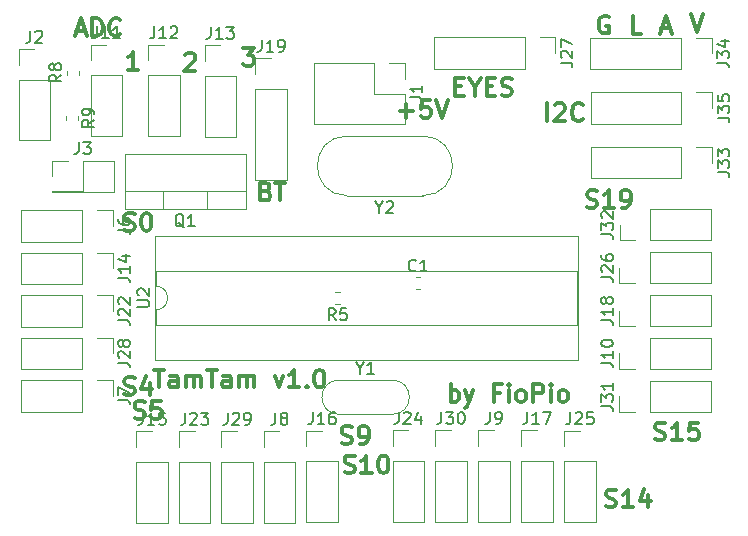
<source format=gbr>
G04 #@! TF.GenerationSoftware,KiCad,Pcbnew,5.0.1*
G04 #@! TF.CreationDate,2018-12-10T22:32:32+01:00*
G04 #@! TF.ProjectId,tamtam_board,74616D74616D5F626F6172642E6B6963,rev?*
G04 #@! TF.SameCoordinates,Original*
G04 #@! TF.FileFunction,Legend,Top*
G04 #@! TF.FilePolarity,Positive*
%FSLAX46Y46*%
G04 Gerber Fmt 4.6, Leading zero omitted, Abs format (unit mm)*
G04 Created by KiCad (PCBNEW 5.0.1) date dilluns, 10 de desembre de 2018, 22:32:32 CET*
%MOMM*%
%LPD*%
G01*
G04 APERTURE LIST*
%ADD10C,0.300000*%
%ADD11C,0.120000*%
%ADD12C,0.150000*%
G04 APERTURE END LIST*
D10*
X88261428Y-59388571D02*
X88261428Y-57888571D01*
X88261428Y-58460000D02*
X88404285Y-58388571D01*
X88690000Y-58388571D01*
X88832857Y-58460000D01*
X88904285Y-58531428D01*
X88975714Y-58674285D01*
X88975714Y-59102857D01*
X88904285Y-59245714D01*
X88832857Y-59317142D01*
X88690000Y-59388571D01*
X88404285Y-59388571D01*
X88261428Y-59317142D01*
X89475714Y-58388571D02*
X89832857Y-59388571D01*
X90190000Y-58388571D02*
X89832857Y-59388571D01*
X89690000Y-59745714D01*
X89618571Y-59817142D01*
X89475714Y-59888571D01*
X92404285Y-58602857D02*
X91904285Y-58602857D01*
X91904285Y-59388571D02*
X91904285Y-57888571D01*
X92618571Y-57888571D01*
X93190000Y-59388571D02*
X93190000Y-58388571D01*
X93190000Y-57888571D02*
X93118571Y-57960000D01*
X93190000Y-58031428D01*
X93261428Y-57960000D01*
X93190000Y-57888571D01*
X93190000Y-58031428D01*
X94118571Y-59388571D02*
X93975714Y-59317142D01*
X93904285Y-59245714D01*
X93832857Y-59102857D01*
X93832857Y-58674285D01*
X93904285Y-58531428D01*
X93975714Y-58460000D01*
X94118571Y-58388571D01*
X94332857Y-58388571D01*
X94475714Y-58460000D01*
X94547142Y-58531428D01*
X94618571Y-58674285D01*
X94618571Y-59102857D01*
X94547142Y-59245714D01*
X94475714Y-59317142D01*
X94332857Y-59388571D01*
X94118571Y-59388571D01*
X95261428Y-59388571D02*
X95261428Y-57888571D01*
X95832857Y-57888571D01*
X95975714Y-57960000D01*
X96047142Y-58031428D01*
X96118571Y-58174285D01*
X96118571Y-58388571D01*
X96047142Y-58531428D01*
X95975714Y-58602857D01*
X95832857Y-58674285D01*
X95261428Y-58674285D01*
X96761428Y-59388571D02*
X96761428Y-58388571D01*
X96761428Y-57888571D02*
X96690000Y-57960000D01*
X96761428Y-58031428D01*
X96832857Y-57960000D01*
X96761428Y-57888571D01*
X96761428Y-58031428D01*
X97690000Y-59388571D02*
X97547142Y-59317142D01*
X97475714Y-59245714D01*
X97404285Y-59102857D01*
X97404285Y-58674285D01*
X97475714Y-58531428D01*
X97547142Y-58460000D01*
X97690000Y-58388571D01*
X97904285Y-58388571D01*
X98047142Y-58460000D01*
X98118571Y-58531428D01*
X98190000Y-58674285D01*
X98190000Y-59102857D01*
X98118571Y-59245714D01*
X98047142Y-59317142D01*
X97904285Y-59388571D01*
X97690000Y-59388571D01*
X63154285Y-56658571D02*
X64011428Y-56658571D01*
X63582857Y-58158571D02*
X63582857Y-56658571D01*
X65154285Y-58158571D02*
X65154285Y-57372857D01*
X65082857Y-57230000D01*
X64940000Y-57158571D01*
X64654285Y-57158571D01*
X64511428Y-57230000D01*
X65154285Y-58087142D02*
X65011428Y-58158571D01*
X64654285Y-58158571D01*
X64511428Y-58087142D01*
X64440000Y-57944285D01*
X64440000Y-57801428D01*
X64511428Y-57658571D01*
X64654285Y-57587142D01*
X65011428Y-57587142D01*
X65154285Y-57515714D01*
X65868571Y-58158571D02*
X65868571Y-57158571D01*
X65868571Y-57301428D02*
X65940000Y-57230000D01*
X66082857Y-57158571D01*
X66297142Y-57158571D01*
X66440000Y-57230000D01*
X66511428Y-57372857D01*
X66511428Y-58158571D01*
X66511428Y-57372857D02*
X66582857Y-57230000D01*
X66725714Y-57158571D01*
X66940000Y-57158571D01*
X67082857Y-57230000D01*
X67154285Y-57372857D01*
X67154285Y-58158571D01*
X67654285Y-56658571D02*
X68511428Y-56658571D01*
X68082857Y-58158571D02*
X68082857Y-56658571D01*
X69654285Y-58158571D02*
X69654285Y-57372857D01*
X69582857Y-57230000D01*
X69440000Y-57158571D01*
X69154285Y-57158571D01*
X69011428Y-57230000D01*
X69654285Y-58087142D02*
X69511428Y-58158571D01*
X69154285Y-58158571D01*
X69011428Y-58087142D01*
X68940000Y-57944285D01*
X68940000Y-57801428D01*
X69011428Y-57658571D01*
X69154285Y-57587142D01*
X69511428Y-57587142D01*
X69654285Y-57515714D01*
X70368571Y-58158571D02*
X70368571Y-57158571D01*
X70368571Y-57301428D02*
X70440000Y-57230000D01*
X70582857Y-57158571D01*
X70797142Y-57158571D01*
X70940000Y-57230000D01*
X71011428Y-57372857D01*
X71011428Y-58158571D01*
X71011428Y-57372857D02*
X71082857Y-57230000D01*
X71225714Y-57158571D01*
X71440000Y-57158571D01*
X71582857Y-57230000D01*
X71654285Y-57372857D01*
X71654285Y-58158571D01*
X73368571Y-57158571D02*
X73725714Y-58158571D01*
X74082857Y-57158571D01*
X75440000Y-58158571D02*
X74582857Y-58158571D01*
X75011428Y-58158571D02*
X75011428Y-56658571D01*
X74868571Y-56872857D01*
X74725714Y-57015714D01*
X74582857Y-57087142D01*
X76082857Y-58015714D02*
X76154285Y-58087142D01*
X76082857Y-58158571D01*
X76011428Y-58087142D01*
X76082857Y-58015714D01*
X76082857Y-58158571D01*
X77082857Y-56658571D02*
X77225714Y-56658571D01*
X77368571Y-56730000D01*
X77440000Y-56801428D01*
X77511428Y-56944285D01*
X77582857Y-57230000D01*
X77582857Y-57587142D01*
X77511428Y-57872857D01*
X77440000Y-58015714D01*
X77368571Y-58087142D01*
X77225714Y-58158571D01*
X77082857Y-58158571D01*
X76940000Y-58087142D01*
X76868571Y-58015714D01*
X76797142Y-57872857D01*
X76725714Y-57587142D01*
X76725714Y-57230000D01*
X76797142Y-56944285D01*
X76868571Y-56801428D01*
X76940000Y-56730000D01*
X77082857Y-56658571D01*
X70700000Y-29428571D02*
X71628571Y-29428571D01*
X71128571Y-30000000D01*
X71342857Y-30000000D01*
X71485714Y-30071428D01*
X71557142Y-30142857D01*
X71628571Y-30285714D01*
X71628571Y-30642857D01*
X71557142Y-30785714D01*
X71485714Y-30857142D01*
X71342857Y-30928571D01*
X70914285Y-30928571D01*
X70771428Y-30857142D01*
X70700000Y-30785714D01*
X65801428Y-29981428D02*
X65872857Y-29910000D01*
X66015714Y-29838571D01*
X66372857Y-29838571D01*
X66515714Y-29910000D01*
X66587142Y-29981428D01*
X66658571Y-30124285D01*
X66658571Y-30267142D01*
X66587142Y-30481428D01*
X65730000Y-31338571D01*
X66658571Y-31338571D01*
X61818571Y-31258571D02*
X60961428Y-31258571D01*
X61390000Y-31258571D02*
X61390000Y-29758571D01*
X61247142Y-29972857D01*
X61104285Y-30115714D01*
X60961428Y-30187142D01*
X83951428Y-34767142D02*
X85094285Y-34767142D01*
X84522857Y-35338571D02*
X84522857Y-34195714D01*
X86522857Y-33838571D02*
X85808571Y-33838571D01*
X85737142Y-34552857D01*
X85808571Y-34481428D01*
X85951428Y-34410000D01*
X86308571Y-34410000D01*
X86451428Y-34481428D01*
X86522857Y-34552857D01*
X86594285Y-34695714D01*
X86594285Y-35052857D01*
X86522857Y-35195714D01*
X86451428Y-35267142D01*
X86308571Y-35338571D01*
X85951428Y-35338571D01*
X85808571Y-35267142D01*
X85737142Y-35195714D01*
X87022857Y-33838571D02*
X87522857Y-35338571D01*
X88022857Y-33838571D01*
X108590000Y-26568571D02*
X109090000Y-28068571D01*
X109590000Y-26568571D01*
X104424285Y-28198571D02*
X103710000Y-28198571D01*
X103710000Y-26698571D01*
X106112857Y-27770000D02*
X106827142Y-27770000D01*
X105970000Y-28198571D02*
X106470000Y-26698571D01*
X106970000Y-28198571D01*
X101642857Y-26760000D02*
X101500000Y-26688571D01*
X101285714Y-26688571D01*
X101071428Y-26760000D01*
X100928571Y-26902857D01*
X100857142Y-27045714D01*
X100785714Y-27331428D01*
X100785714Y-27545714D01*
X100857142Y-27831428D01*
X100928571Y-27974285D01*
X101071428Y-28117142D01*
X101285714Y-28188571D01*
X101428571Y-28188571D01*
X101642857Y-28117142D01*
X101714285Y-28045714D01*
X101714285Y-27545714D01*
X101428571Y-27545714D01*
X88662857Y-32672857D02*
X89162857Y-32672857D01*
X89377142Y-33458571D02*
X88662857Y-33458571D01*
X88662857Y-31958571D01*
X89377142Y-31958571D01*
X90305714Y-32744285D02*
X90305714Y-33458571D01*
X89805714Y-31958571D02*
X90305714Y-32744285D01*
X90805714Y-31958571D01*
X91305714Y-32672857D02*
X91805714Y-32672857D01*
X92020000Y-33458571D02*
X91305714Y-33458571D01*
X91305714Y-31958571D01*
X92020000Y-31958571D01*
X92591428Y-33387142D02*
X92805714Y-33458571D01*
X93162857Y-33458571D01*
X93305714Y-33387142D01*
X93377142Y-33315714D01*
X93448571Y-33172857D01*
X93448571Y-33030000D01*
X93377142Y-32887142D01*
X93305714Y-32815714D01*
X93162857Y-32744285D01*
X92877142Y-32672857D01*
X92734285Y-32601428D01*
X92662857Y-32530000D01*
X92591428Y-32387142D01*
X92591428Y-32244285D01*
X92662857Y-32101428D01*
X92734285Y-32030000D01*
X92877142Y-31958571D01*
X93234285Y-31958571D01*
X93448571Y-32030000D01*
X96445714Y-35618571D02*
X96445714Y-34118571D01*
X97088571Y-34261428D02*
X97160000Y-34190000D01*
X97302857Y-34118571D01*
X97660000Y-34118571D01*
X97802857Y-34190000D01*
X97874285Y-34261428D01*
X97945714Y-34404285D01*
X97945714Y-34547142D01*
X97874285Y-34761428D01*
X97017142Y-35618571D01*
X97945714Y-35618571D01*
X99445714Y-35475714D02*
X99374285Y-35547142D01*
X99160000Y-35618571D01*
X99017142Y-35618571D01*
X98802857Y-35547142D01*
X98660000Y-35404285D01*
X98588571Y-35261428D01*
X98517142Y-34975714D01*
X98517142Y-34761428D01*
X98588571Y-34475714D01*
X98660000Y-34332857D01*
X98802857Y-34190000D01*
X99017142Y-34118571D01*
X99160000Y-34118571D01*
X99374285Y-34190000D01*
X99445714Y-34261428D01*
X56582857Y-27990000D02*
X57297142Y-27990000D01*
X56440000Y-28418571D02*
X56940000Y-26918571D01*
X57440000Y-28418571D01*
X57940000Y-28418571D02*
X57940000Y-26918571D01*
X58297142Y-26918571D01*
X58511428Y-26990000D01*
X58654285Y-27132857D01*
X58725714Y-27275714D01*
X58797142Y-27561428D01*
X58797142Y-27775714D01*
X58725714Y-28061428D01*
X58654285Y-28204285D01*
X58511428Y-28347142D01*
X58297142Y-28418571D01*
X57940000Y-28418571D01*
X60297142Y-28275714D02*
X60225714Y-28347142D01*
X60011428Y-28418571D01*
X59868571Y-28418571D01*
X59654285Y-28347142D01*
X59511428Y-28204285D01*
X59440000Y-28061428D01*
X59368571Y-27775714D01*
X59368571Y-27561428D01*
X59440000Y-27275714D01*
X59511428Y-27132857D01*
X59654285Y-26990000D01*
X59868571Y-26918571D01*
X60011428Y-26918571D01*
X60225714Y-26990000D01*
X60297142Y-27061428D01*
X72635714Y-41542857D02*
X72850000Y-41614285D01*
X72921428Y-41685714D01*
X72992857Y-41828571D01*
X72992857Y-42042857D01*
X72921428Y-42185714D01*
X72850000Y-42257142D01*
X72707142Y-42328571D01*
X72135714Y-42328571D01*
X72135714Y-40828571D01*
X72635714Y-40828571D01*
X72778571Y-40900000D01*
X72850000Y-40971428D01*
X72921428Y-41114285D01*
X72921428Y-41257142D01*
X72850000Y-41400000D01*
X72778571Y-41471428D01*
X72635714Y-41542857D01*
X72135714Y-41542857D01*
X73421428Y-40828571D02*
X74278571Y-40828571D01*
X73850000Y-42328571D02*
X73850000Y-40828571D01*
X99802857Y-42897142D02*
X100017142Y-42968571D01*
X100374285Y-42968571D01*
X100517142Y-42897142D01*
X100588571Y-42825714D01*
X100660000Y-42682857D01*
X100660000Y-42540000D01*
X100588571Y-42397142D01*
X100517142Y-42325714D01*
X100374285Y-42254285D01*
X100088571Y-42182857D01*
X99945714Y-42111428D01*
X99874285Y-42040000D01*
X99802857Y-41897142D01*
X99802857Y-41754285D01*
X99874285Y-41611428D01*
X99945714Y-41540000D01*
X100088571Y-41468571D01*
X100445714Y-41468571D01*
X100660000Y-41540000D01*
X102088571Y-42968571D02*
X101231428Y-42968571D01*
X101660000Y-42968571D02*
X101660000Y-41468571D01*
X101517142Y-41682857D01*
X101374285Y-41825714D01*
X101231428Y-41897142D01*
X102802857Y-42968571D02*
X103088571Y-42968571D01*
X103231428Y-42897142D01*
X103302857Y-42825714D01*
X103445714Y-42611428D01*
X103517142Y-42325714D01*
X103517142Y-41754285D01*
X103445714Y-41611428D01*
X103374285Y-41540000D01*
X103231428Y-41468571D01*
X102945714Y-41468571D01*
X102802857Y-41540000D01*
X102731428Y-41611428D01*
X102660000Y-41754285D01*
X102660000Y-42111428D01*
X102731428Y-42254285D01*
X102802857Y-42325714D01*
X102945714Y-42397142D01*
X103231428Y-42397142D01*
X103374285Y-42325714D01*
X103445714Y-42254285D01*
X103517142Y-42111428D01*
X105582857Y-62567142D02*
X105797142Y-62638571D01*
X106154285Y-62638571D01*
X106297142Y-62567142D01*
X106368571Y-62495714D01*
X106440000Y-62352857D01*
X106440000Y-62210000D01*
X106368571Y-62067142D01*
X106297142Y-61995714D01*
X106154285Y-61924285D01*
X105868571Y-61852857D01*
X105725714Y-61781428D01*
X105654285Y-61710000D01*
X105582857Y-61567142D01*
X105582857Y-61424285D01*
X105654285Y-61281428D01*
X105725714Y-61210000D01*
X105868571Y-61138571D01*
X106225714Y-61138571D01*
X106440000Y-61210000D01*
X107868571Y-62638571D02*
X107011428Y-62638571D01*
X107440000Y-62638571D02*
X107440000Y-61138571D01*
X107297142Y-61352857D01*
X107154285Y-61495714D01*
X107011428Y-61567142D01*
X109225714Y-61138571D02*
X108511428Y-61138571D01*
X108440000Y-61852857D01*
X108511428Y-61781428D01*
X108654285Y-61710000D01*
X109011428Y-61710000D01*
X109154285Y-61781428D01*
X109225714Y-61852857D01*
X109297142Y-61995714D01*
X109297142Y-62352857D01*
X109225714Y-62495714D01*
X109154285Y-62567142D01*
X109011428Y-62638571D01*
X108654285Y-62638571D01*
X108511428Y-62567142D01*
X108440000Y-62495714D01*
X101412857Y-68237142D02*
X101627142Y-68308571D01*
X101984285Y-68308571D01*
X102127142Y-68237142D01*
X102198571Y-68165714D01*
X102270000Y-68022857D01*
X102270000Y-67880000D01*
X102198571Y-67737142D01*
X102127142Y-67665714D01*
X101984285Y-67594285D01*
X101698571Y-67522857D01*
X101555714Y-67451428D01*
X101484285Y-67380000D01*
X101412857Y-67237142D01*
X101412857Y-67094285D01*
X101484285Y-66951428D01*
X101555714Y-66880000D01*
X101698571Y-66808571D01*
X102055714Y-66808571D01*
X102270000Y-66880000D01*
X103698571Y-68308571D02*
X102841428Y-68308571D01*
X103270000Y-68308571D02*
X103270000Y-66808571D01*
X103127142Y-67022857D01*
X102984285Y-67165714D01*
X102841428Y-67237142D01*
X104984285Y-67308571D02*
X104984285Y-68308571D01*
X104627142Y-66737142D02*
X104270000Y-67808571D01*
X105198571Y-67808571D01*
X79282857Y-65357142D02*
X79497142Y-65428571D01*
X79854285Y-65428571D01*
X79997142Y-65357142D01*
X80068571Y-65285714D01*
X80140000Y-65142857D01*
X80140000Y-65000000D01*
X80068571Y-64857142D01*
X79997142Y-64785714D01*
X79854285Y-64714285D01*
X79568571Y-64642857D01*
X79425714Y-64571428D01*
X79354285Y-64500000D01*
X79282857Y-64357142D01*
X79282857Y-64214285D01*
X79354285Y-64071428D01*
X79425714Y-64000000D01*
X79568571Y-63928571D01*
X79925714Y-63928571D01*
X80140000Y-64000000D01*
X81568571Y-65428571D02*
X80711428Y-65428571D01*
X81140000Y-65428571D02*
X81140000Y-63928571D01*
X80997142Y-64142857D01*
X80854285Y-64285714D01*
X80711428Y-64357142D01*
X82497142Y-63928571D02*
X82640000Y-63928571D01*
X82782857Y-64000000D01*
X82854285Y-64071428D01*
X82925714Y-64214285D01*
X82997142Y-64500000D01*
X82997142Y-64857142D01*
X82925714Y-65142857D01*
X82854285Y-65285714D01*
X82782857Y-65357142D01*
X82640000Y-65428571D01*
X82497142Y-65428571D01*
X82354285Y-65357142D01*
X82282857Y-65285714D01*
X82211428Y-65142857D01*
X82140000Y-64857142D01*
X82140000Y-64500000D01*
X82211428Y-64214285D01*
X82282857Y-64071428D01*
X82354285Y-64000000D01*
X82497142Y-63928571D01*
X79037142Y-62897142D02*
X79251428Y-62968571D01*
X79608571Y-62968571D01*
X79751428Y-62897142D01*
X79822857Y-62825714D01*
X79894285Y-62682857D01*
X79894285Y-62540000D01*
X79822857Y-62397142D01*
X79751428Y-62325714D01*
X79608571Y-62254285D01*
X79322857Y-62182857D01*
X79180000Y-62111428D01*
X79108571Y-62040000D01*
X79037142Y-61897142D01*
X79037142Y-61754285D01*
X79108571Y-61611428D01*
X79180000Y-61540000D01*
X79322857Y-61468571D01*
X79680000Y-61468571D01*
X79894285Y-61540000D01*
X80608571Y-62968571D02*
X80894285Y-62968571D01*
X81037142Y-62897142D01*
X81108571Y-62825714D01*
X81251428Y-62611428D01*
X81322857Y-62325714D01*
X81322857Y-61754285D01*
X81251428Y-61611428D01*
X81180000Y-61540000D01*
X81037142Y-61468571D01*
X80751428Y-61468571D01*
X80608571Y-61540000D01*
X80537142Y-61611428D01*
X80465714Y-61754285D01*
X80465714Y-62111428D01*
X80537142Y-62254285D01*
X80608571Y-62325714D01*
X80751428Y-62397142D01*
X81037142Y-62397142D01*
X81180000Y-62325714D01*
X81251428Y-62254285D01*
X81322857Y-62111428D01*
X61507142Y-60757142D02*
X61721428Y-60828571D01*
X62078571Y-60828571D01*
X62221428Y-60757142D01*
X62292857Y-60685714D01*
X62364285Y-60542857D01*
X62364285Y-60400000D01*
X62292857Y-60257142D01*
X62221428Y-60185714D01*
X62078571Y-60114285D01*
X61792857Y-60042857D01*
X61650000Y-59971428D01*
X61578571Y-59900000D01*
X61507142Y-59757142D01*
X61507142Y-59614285D01*
X61578571Y-59471428D01*
X61650000Y-59400000D01*
X61792857Y-59328571D01*
X62150000Y-59328571D01*
X62364285Y-59400000D01*
X63721428Y-59328571D02*
X63007142Y-59328571D01*
X62935714Y-60042857D01*
X63007142Y-59971428D01*
X63150000Y-59900000D01*
X63507142Y-59900000D01*
X63650000Y-59971428D01*
X63721428Y-60042857D01*
X63792857Y-60185714D01*
X63792857Y-60542857D01*
X63721428Y-60685714D01*
X63650000Y-60757142D01*
X63507142Y-60828571D01*
X63150000Y-60828571D01*
X63007142Y-60757142D01*
X62935714Y-60685714D01*
X60647142Y-58727142D02*
X60861428Y-58798571D01*
X61218571Y-58798571D01*
X61361428Y-58727142D01*
X61432857Y-58655714D01*
X61504285Y-58512857D01*
X61504285Y-58370000D01*
X61432857Y-58227142D01*
X61361428Y-58155714D01*
X61218571Y-58084285D01*
X60932857Y-58012857D01*
X60790000Y-57941428D01*
X60718571Y-57870000D01*
X60647142Y-57727142D01*
X60647142Y-57584285D01*
X60718571Y-57441428D01*
X60790000Y-57370000D01*
X60932857Y-57298571D01*
X61290000Y-57298571D01*
X61504285Y-57370000D01*
X62790000Y-57798571D02*
X62790000Y-58798571D01*
X62432857Y-57227142D02*
X62075714Y-58298571D01*
X63004285Y-58298571D01*
X60647142Y-44827142D02*
X60861428Y-44898571D01*
X61218571Y-44898571D01*
X61361428Y-44827142D01*
X61432857Y-44755714D01*
X61504285Y-44612857D01*
X61504285Y-44470000D01*
X61432857Y-44327142D01*
X61361428Y-44255714D01*
X61218571Y-44184285D01*
X60932857Y-44112857D01*
X60790000Y-44041428D01*
X60718571Y-43970000D01*
X60647142Y-43827142D01*
X60647142Y-43684285D01*
X60718571Y-43541428D01*
X60790000Y-43470000D01*
X60932857Y-43398571D01*
X61290000Y-43398571D01*
X61504285Y-43470000D01*
X62432857Y-43398571D02*
X62575714Y-43398571D01*
X62718571Y-43470000D01*
X62790000Y-43541428D01*
X62861428Y-43684285D01*
X62932857Y-43970000D01*
X62932857Y-44327142D01*
X62861428Y-44612857D01*
X62790000Y-44755714D01*
X62718571Y-44827142D01*
X62575714Y-44898571D01*
X62432857Y-44898571D01*
X62290000Y-44827142D01*
X62218571Y-44755714D01*
X62147142Y-44612857D01*
X62075714Y-44327142D01*
X62075714Y-43970000D01*
X62147142Y-43684285D01*
X62218571Y-43541428D01*
X62290000Y-43470000D01*
X62432857Y-43398571D01*
D11*
G04 #@! TO.C,J33*
X110410000Y-37790000D02*
X110410000Y-39120000D01*
X109080000Y-37790000D02*
X110410000Y-37790000D01*
X107810000Y-37790000D02*
X107810000Y-40450000D01*
X107810000Y-40450000D02*
X100130000Y-40450000D01*
X107810000Y-37790000D02*
X100130000Y-37790000D01*
X100130000Y-37790000D02*
X100130000Y-40450000D01*
G04 #@! TO.C,J34*
X100100000Y-28550000D02*
X100100000Y-31210000D01*
X107780000Y-28550000D02*
X100100000Y-28550000D01*
X107780000Y-31210000D02*
X100100000Y-31210000D01*
X107780000Y-28550000D02*
X107780000Y-31210000D01*
X109050000Y-28550000D02*
X110380000Y-28550000D01*
X110380000Y-28550000D02*
X110380000Y-29880000D01*
G04 #@! TO.C,J35*
X110410000Y-33170000D02*
X110410000Y-34500000D01*
X109080000Y-33170000D02*
X110410000Y-33170000D01*
X107810000Y-33170000D02*
X107810000Y-35830000D01*
X107810000Y-35830000D02*
X100130000Y-35830000D01*
X107810000Y-33170000D02*
X100130000Y-33170000D01*
X100130000Y-33170000D02*
X100130000Y-35830000D01*
G04 #@! TO.C,C1*
X85318733Y-48800000D02*
X85661267Y-48800000D01*
X85318733Y-49820000D02*
X85661267Y-49820000D01*
G04 #@! TO.C,J1*
X76660000Y-30680000D02*
X76660000Y-35880000D01*
X81800000Y-30680000D02*
X76660000Y-30680000D01*
X84400000Y-35880000D02*
X76660000Y-35880000D01*
X81800000Y-30680000D02*
X81800000Y-33280000D01*
X81800000Y-33280000D02*
X84400000Y-33280000D01*
X84400000Y-33280000D02*
X84400000Y-35880000D01*
X83070000Y-30680000D02*
X84400000Y-30680000D01*
X84400000Y-30680000D02*
X84400000Y-32010000D01*
G04 #@! TO.C,J6*
X59657742Y-43151954D02*
X59657742Y-44481954D01*
X58327742Y-43151954D02*
X59657742Y-43151954D01*
X57057742Y-43151954D02*
X57057742Y-45811954D01*
X57057742Y-45811954D02*
X51917742Y-45811954D01*
X57057742Y-43151954D02*
X51917742Y-43151954D01*
X51917742Y-43151954D02*
X51917742Y-45811954D01*
G04 #@! TO.C,J7*
X51917742Y-57551954D02*
X51917742Y-60211954D01*
X57057742Y-57551954D02*
X51917742Y-57551954D01*
X57057742Y-60211954D02*
X51917742Y-60211954D01*
X57057742Y-57551954D02*
X57057742Y-60211954D01*
X58327742Y-57551954D02*
X59657742Y-57551954D01*
X59657742Y-57551954D02*
X59657742Y-58881954D01*
G04 #@! TO.C,J8*
X72440000Y-69600000D02*
X75100000Y-69600000D01*
X72440000Y-64460000D02*
X72440000Y-69600000D01*
X75100000Y-64460000D02*
X75100000Y-69600000D01*
X72440000Y-64460000D02*
X75100000Y-64460000D01*
X72440000Y-63190000D02*
X72440000Y-61860000D01*
X72440000Y-61860000D02*
X73770000Y-61860000D01*
G04 #@! TO.C,J9*
X90600000Y-69540000D02*
X93260000Y-69540000D01*
X90600000Y-64400000D02*
X90600000Y-69540000D01*
X93260000Y-64400000D02*
X93260000Y-69540000D01*
X90600000Y-64400000D02*
X93260000Y-64400000D01*
X90600000Y-63130000D02*
X90600000Y-61800000D01*
X90600000Y-61800000D02*
X91930000Y-61800000D01*
G04 #@! TO.C,J10*
X110296000Y-56610000D02*
X110296000Y-53950000D01*
X105156000Y-56610000D02*
X110296000Y-56610000D01*
X105156000Y-53950000D02*
X110296000Y-53950000D01*
X105156000Y-56610000D02*
X105156000Y-53950000D01*
X103886000Y-56610000D02*
X102556000Y-56610000D01*
X102556000Y-56610000D02*
X102556000Y-55280000D01*
G04 #@! TO.C,J11*
X57790000Y-36890000D02*
X60450000Y-36890000D01*
X57790000Y-31750000D02*
X57790000Y-36890000D01*
X60450000Y-31750000D02*
X60450000Y-36890000D01*
X57790000Y-31750000D02*
X60450000Y-31750000D01*
X57790000Y-30480000D02*
X57790000Y-29150000D01*
X57790000Y-29150000D02*
X59120000Y-29150000D01*
G04 #@! TO.C,J12*
X62660000Y-29150000D02*
X63990000Y-29150000D01*
X62660000Y-30480000D02*
X62660000Y-29150000D01*
X62660000Y-31750000D02*
X65320000Y-31750000D01*
X65320000Y-31750000D02*
X65320000Y-36890000D01*
X62660000Y-31750000D02*
X62660000Y-36890000D01*
X62660000Y-36890000D02*
X65320000Y-36890000D01*
G04 #@! TO.C,J13*
X67430000Y-36930000D02*
X70090000Y-36930000D01*
X67430000Y-31790000D02*
X67430000Y-36930000D01*
X70090000Y-31790000D02*
X70090000Y-36930000D01*
X67430000Y-31790000D02*
X70090000Y-31790000D01*
X67430000Y-30520000D02*
X67430000Y-29190000D01*
X67430000Y-29190000D02*
X68760000Y-29190000D01*
G04 #@! TO.C,J14*
X59657742Y-46751954D02*
X59657742Y-48081954D01*
X58327742Y-46751954D02*
X59657742Y-46751954D01*
X57057742Y-46751954D02*
X57057742Y-49411954D01*
X57057742Y-49411954D02*
X51917742Y-49411954D01*
X57057742Y-46751954D02*
X51917742Y-46751954D01*
X51917742Y-46751954D02*
X51917742Y-49411954D01*
G04 #@! TO.C,J15*
X61660000Y-69600000D02*
X64320000Y-69600000D01*
X61660000Y-64460000D02*
X61660000Y-69600000D01*
X64320000Y-64460000D02*
X64320000Y-69600000D01*
X61660000Y-64460000D02*
X64320000Y-64460000D01*
X61660000Y-63190000D02*
X61660000Y-61860000D01*
X61660000Y-61860000D02*
X62990000Y-61860000D01*
G04 #@! TO.C,J16*
X76060000Y-61820000D02*
X77390000Y-61820000D01*
X76060000Y-63150000D02*
X76060000Y-61820000D01*
X76060000Y-64420000D02*
X78720000Y-64420000D01*
X78720000Y-64420000D02*
X78720000Y-69560000D01*
X76060000Y-64420000D02*
X76060000Y-69560000D01*
X76060000Y-69560000D02*
X78720000Y-69560000D01*
G04 #@! TO.C,J17*
X94230000Y-61800000D02*
X95560000Y-61800000D01*
X94230000Y-63130000D02*
X94230000Y-61800000D01*
X94230000Y-64400000D02*
X96890000Y-64400000D01*
X96890000Y-64400000D02*
X96890000Y-69540000D01*
X94230000Y-64400000D02*
X94230000Y-69540000D01*
X94230000Y-69540000D02*
X96890000Y-69540000D01*
G04 #@! TO.C,J18*
X102560000Y-52980000D02*
X102560000Y-51650000D01*
X103890000Y-52980000D02*
X102560000Y-52980000D01*
X105160000Y-52980000D02*
X105160000Y-50320000D01*
X105160000Y-50320000D02*
X110300000Y-50320000D01*
X105160000Y-52980000D02*
X110300000Y-52980000D01*
X110300000Y-52980000D02*
X110300000Y-50320000D01*
G04 #@! TO.C,J19*
X71740000Y-30280000D02*
X73070000Y-30280000D01*
X71740000Y-31610000D02*
X71740000Y-30280000D01*
X71740000Y-32880000D02*
X74400000Y-32880000D01*
X74400000Y-32880000D02*
X74400000Y-40560000D01*
X71740000Y-32880000D02*
X71740000Y-40560000D01*
X71740000Y-40560000D02*
X74400000Y-40560000D01*
G04 #@! TO.C,J22*
X51917742Y-50351954D02*
X51917742Y-53011954D01*
X57057742Y-50351954D02*
X51917742Y-50351954D01*
X57057742Y-53011954D02*
X51917742Y-53011954D01*
X57057742Y-50351954D02*
X57057742Y-53011954D01*
X58327742Y-50351954D02*
X59657742Y-50351954D01*
X59657742Y-50351954D02*
X59657742Y-51681954D01*
G04 #@! TO.C,J23*
X65260000Y-69600000D02*
X67920000Y-69600000D01*
X65260000Y-64460000D02*
X65260000Y-69600000D01*
X67920000Y-64460000D02*
X67920000Y-69600000D01*
X65260000Y-64460000D02*
X67920000Y-64460000D01*
X65260000Y-63190000D02*
X65260000Y-61860000D01*
X65260000Y-61860000D02*
X66590000Y-61860000D01*
G04 #@! TO.C,J24*
X83350000Y-69540000D02*
X86010000Y-69540000D01*
X83350000Y-64400000D02*
X83350000Y-69540000D01*
X86010000Y-64400000D02*
X86010000Y-69540000D01*
X83350000Y-64400000D02*
X86010000Y-64400000D01*
X83350000Y-63130000D02*
X83350000Y-61800000D01*
X83350000Y-61800000D02*
X84680000Y-61800000D01*
G04 #@! TO.C,J25*
X97890000Y-61820000D02*
X99220000Y-61820000D01*
X97890000Y-63150000D02*
X97890000Y-61820000D01*
X97890000Y-64420000D02*
X100550000Y-64420000D01*
X100550000Y-64420000D02*
X100550000Y-69560000D01*
X97890000Y-64420000D02*
X97890000Y-69560000D01*
X97890000Y-69560000D02*
X100550000Y-69560000D01*
G04 #@! TO.C,J26*
X110300000Y-49340000D02*
X110300000Y-46680000D01*
X105160000Y-49340000D02*
X110300000Y-49340000D01*
X105160000Y-46680000D02*
X110300000Y-46680000D01*
X105160000Y-49340000D02*
X105160000Y-46680000D01*
X103890000Y-49340000D02*
X102560000Y-49340000D01*
X102560000Y-49340000D02*
X102560000Y-48010000D01*
G04 #@! TO.C,J27*
X86840000Y-28530000D02*
X86840000Y-31190000D01*
X94520000Y-28530000D02*
X86840000Y-28530000D01*
X94520000Y-31190000D02*
X86840000Y-31190000D01*
X94520000Y-28530000D02*
X94520000Y-31190000D01*
X95790000Y-28530000D02*
X97120000Y-28530000D01*
X97120000Y-28530000D02*
X97120000Y-29860000D01*
G04 #@! TO.C,J28*
X51917742Y-53951954D02*
X51917742Y-56611954D01*
X57057742Y-53951954D02*
X51917742Y-53951954D01*
X57057742Y-56611954D02*
X51917742Y-56611954D01*
X57057742Y-53951954D02*
X57057742Y-56611954D01*
X58327742Y-53951954D02*
X59657742Y-53951954D01*
X59657742Y-53951954D02*
X59657742Y-55281954D01*
G04 #@! TO.C,J29*
X68860000Y-61860000D02*
X70190000Y-61860000D01*
X68860000Y-63190000D02*
X68860000Y-61860000D01*
X68860000Y-64460000D02*
X71520000Y-64460000D01*
X71520000Y-64460000D02*
X71520000Y-69600000D01*
X68860000Y-64460000D02*
X68860000Y-69600000D01*
X68860000Y-69600000D02*
X71520000Y-69600000D01*
G04 #@! TO.C,J30*
X86970000Y-61800000D02*
X88300000Y-61800000D01*
X86970000Y-63130000D02*
X86970000Y-61800000D01*
X86970000Y-64400000D02*
X89630000Y-64400000D01*
X89630000Y-64400000D02*
X89630000Y-69540000D01*
X86970000Y-64400000D02*
X86970000Y-69540000D01*
X86970000Y-69540000D02*
X89630000Y-69540000D01*
G04 #@! TO.C,J31*
X102556000Y-60258000D02*
X102556000Y-58928000D01*
X103886000Y-60258000D02*
X102556000Y-60258000D01*
X105156000Y-60258000D02*
X105156000Y-57598000D01*
X105156000Y-57598000D02*
X110296000Y-57598000D01*
X105156000Y-60258000D02*
X110296000Y-60258000D01*
X110296000Y-60258000D02*
X110296000Y-57598000D01*
G04 #@! TO.C,J32*
X102570000Y-45720000D02*
X102570000Y-44390000D01*
X103900000Y-45720000D02*
X102570000Y-45720000D01*
X105170000Y-45720000D02*
X105170000Y-43060000D01*
X105170000Y-43060000D02*
X110310000Y-43060000D01*
X105170000Y-45720000D02*
X110310000Y-45720000D01*
X110310000Y-45720000D02*
X110310000Y-43060000D01*
G04 #@! TO.C,Q1*
X70900000Y-43060000D02*
X60660000Y-43060000D01*
X70900000Y-38419000D02*
X60660000Y-38419000D01*
X70900000Y-43060000D02*
X70900000Y-38419000D01*
X60660000Y-43060000D02*
X60660000Y-38419000D01*
X70900000Y-41550000D02*
X60660000Y-41550000D01*
X67630000Y-43060000D02*
X67630000Y-41550000D01*
X63929000Y-43060000D02*
X63929000Y-41550000D01*
G04 #@! TO.C,R5*
X78856267Y-51100000D02*
X78513733Y-51100000D01*
X78856267Y-50080000D02*
X78513733Y-50080000D01*
G04 #@! TO.C,R8*
X56780000Y-31686267D02*
X56780000Y-31343733D01*
X55760000Y-31686267D02*
X55760000Y-31343733D01*
G04 #@! TO.C,R9*
X56700000Y-35163733D02*
X56700000Y-35506267D01*
X55680000Y-35163733D02*
X55680000Y-35506267D01*
G04 #@! TO.C,U2*
X63300000Y-49590000D02*
G75*
G02X63300000Y-51590000I0J-1000000D01*
G01*
X63300000Y-51590000D02*
X63300000Y-52840000D01*
X63300000Y-52840000D02*
X98980000Y-52840000D01*
X98980000Y-52840000D02*
X98980000Y-48340000D01*
X98980000Y-48340000D02*
X63300000Y-48340000D01*
X63300000Y-48340000D02*
X63300000Y-49590000D01*
X63240000Y-55840000D02*
X99040000Y-55840000D01*
X99040000Y-55840000D02*
X99040000Y-45340000D01*
X99040000Y-45340000D02*
X63240000Y-45340000D01*
X63240000Y-45340000D02*
X63240000Y-55840000D01*
G04 #@! TO.C,Y1*
X78820000Y-57540000D02*
X83320000Y-57540000D01*
X78820000Y-60440000D02*
X83320000Y-60440000D01*
X78820000Y-60440000D02*
G75*
G02X78820000Y-57540000I0J1450000D01*
G01*
X83320000Y-60440000D02*
G75*
G03X83320000Y-57540000I0J1450000D01*
G01*
G04 #@! TO.C,Y2*
X85900000Y-41925000D02*
X79500000Y-41925000D01*
X85900000Y-36875000D02*
X79500000Y-36875000D01*
X85900000Y-36875000D02*
G75*
G02X85900000Y-41925000I0J-2525000D01*
G01*
X79500000Y-36875000D02*
G75*
G03X79500000Y-41925000I0J-2525000D01*
G01*
G04 #@! TO.C,J2*
X51680000Y-37250000D02*
X54340000Y-37250000D01*
X51680000Y-32110000D02*
X51680000Y-37250000D01*
X54340000Y-32110000D02*
X54340000Y-37250000D01*
X51680000Y-32110000D02*
X54340000Y-32110000D01*
X51680000Y-30840000D02*
X51680000Y-29510000D01*
X51680000Y-29510000D02*
X53010000Y-29510000D01*
G04 #@! TO.C,J3*
X54530000Y-41610000D02*
X59730000Y-41610000D01*
X54530000Y-41550000D02*
X54530000Y-41610000D01*
X59730000Y-38950000D02*
X59730000Y-41610000D01*
X54530000Y-41550000D02*
X57130000Y-41550000D01*
X57130000Y-41550000D02*
X57130000Y-38950000D01*
X57130000Y-38950000D02*
X59730000Y-38950000D01*
X54530000Y-40280000D02*
X54530000Y-38950000D01*
X54530000Y-38950000D02*
X55860000Y-38950000D01*
G04 #@! TO.C,J33*
D12*
X110862380Y-39929523D02*
X111576666Y-39929523D01*
X111719523Y-39977142D01*
X111814761Y-40072380D01*
X111862380Y-40215238D01*
X111862380Y-40310476D01*
X110862380Y-39548571D02*
X110862380Y-38929523D01*
X111243333Y-39262857D01*
X111243333Y-39120000D01*
X111290952Y-39024761D01*
X111338571Y-38977142D01*
X111433809Y-38929523D01*
X111671904Y-38929523D01*
X111767142Y-38977142D01*
X111814761Y-39024761D01*
X111862380Y-39120000D01*
X111862380Y-39405714D01*
X111814761Y-39500952D01*
X111767142Y-39548571D01*
X110862380Y-38596190D02*
X110862380Y-37977142D01*
X111243333Y-38310476D01*
X111243333Y-38167619D01*
X111290952Y-38072380D01*
X111338571Y-38024761D01*
X111433809Y-37977142D01*
X111671904Y-37977142D01*
X111767142Y-38024761D01*
X111814761Y-38072380D01*
X111862380Y-38167619D01*
X111862380Y-38453333D01*
X111814761Y-38548571D01*
X111767142Y-38596190D01*
G04 #@! TO.C,J34*
X110832380Y-30689523D02*
X111546666Y-30689523D01*
X111689523Y-30737142D01*
X111784761Y-30832380D01*
X111832380Y-30975238D01*
X111832380Y-31070476D01*
X110832380Y-30308571D02*
X110832380Y-29689523D01*
X111213333Y-30022857D01*
X111213333Y-29880000D01*
X111260952Y-29784761D01*
X111308571Y-29737142D01*
X111403809Y-29689523D01*
X111641904Y-29689523D01*
X111737142Y-29737142D01*
X111784761Y-29784761D01*
X111832380Y-29880000D01*
X111832380Y-30165714D01*
X111784761Y-30260952D01*
X111737142Y-30308571D01*
X111165714Y-28832380D02*
X111832380Y-28832380D01*
X110784761Y-29070476D02*
X111499047Y-29308571D01*
X111499047Y-28689523D01*
G04 #@! TO.C,J35*
X110862380Y-35309523D02*
X111576666Y-35309523D01*
X111719523Y-35357142D01*
X111814761Y-35452380D01*
X111862380Y-35595238D01*
X111862380Y-35690476D01*
X110862380Y-34928571D02*
X110862380Y-34309523D01*
X111243333Y-34642857D01*
X111243333Y-34500000D01*
X111290952Y-34404761D01*
X111338571Y-34357142D01*
X111433809Y-34309523D01*
X111671904Y-34309523D01*
X111767142Y-34357142D01*
X111814761Y-34404761D01*
X111862380Y-34500000D01*
X111862380Y-34785714D01*
X111814761Y-34880952D01*
X111767142Y-34928571D01*
X110862380Y-33404761D02*
X110862380Y-33880952D01*
X111338571Y-33928571D01*
X111290952Y-33880952D01*
X111243333Y-33785714D01*
X111243333Y-33547619D01*
X111290952Y-33452380D01*
X111338571Y-33404761D01*
X111433809Y-33357142D01*
X111671904Y-33357142D01*
X111767142Y-33404761D01*
X111814761Y-33452380D01*
X111862380Y-33547619D01*
X111862380Y-33785714D01*
X111814761Y-33880952D01*
X111767142Y-33928571D01*
G04 #@! TO.C,C1*
X85323333Y-48237142D02*
X85275714Y-48284761D01*
X85132857Y-48332380D01*
X85037619Y-48332380D01*
X84894761Y-48284761D01*
X84799523Y-48189523D01*
X84751904Y-48094285D01*
X84704285Y-47903809D01*
X84704285Y-47760952D01*
X84751904Y-47570476D01*
X84799523Y-47475238D01*
X84894761Y-47380000D01*
X85037619Y-47332380D01*
X85132857Y-47332380D01*
X85275714Y-47380000D01*
X85323333Y-47427619D01*
X86275714Y-48332380D02*
X85704285Y-48332380D01*
X85990000Y-48332380D02*
X85990000Y-47332380D01*
X85894761Y-47475238D01*
X85799523Y-47570476D01*
X85704285Y-47618095D01*
G04 #@! TO.C,J1*
X84852380Y-33613333D02*
X85566666Y-33613333D01*
X85709523Y-33660952D01*
X85804761Y-33756190D01*
X85852380Y-33899047D01*
X85852380Y-33994285D01*
X85852380Y-32613333D02*
X85852380Y-33184761D01*
X85852380Y-32899047D02*
X84852380Y-32899047D01*
X84995238Y-32994285D01*
X85090476Y-33089523D01*
X85138095Y-33184761D01*
G04 #@! TO.C,J6*
X60110122Y-44815287D02*
X60824408Y-44815287D01*
X60967265Y-44862906D01*
X61062503Y-44958144D01*
X61110122Y-45101001D01*
X61110122Y-45196239D01*
X60110122Y-43910525D02*
X60110122Y-44101001D01*
X60157742Y-44196239D01*
X60205361Y-44243858D01*
X60348218Y-44339096D01*
X60538694Y-44386715D01*
X60919646Y-44386715D01*
X61014884Y-44339096D01*
X61062503Y-44291477D01*
X61110122Y-44196239D01*
X61110122Y-44005763D01*
X61062503Y-43910525D01*
X61014884Y-43862906D01*
X60919646Y-43815287D01*
X60681551Y-43815287D01*
X60586313Y-43862906D01*
X60538694Y-43910525D01*
X60491075Y-44005763D01*
X60491075Y-44196239D01*
X60538694Y-44291477D01*
X60586313Y-44339096D01*
X60681551Y-44386715D01*
G04 #@! TO.C,J7*
X60110122Y-59215287D02*
X60824408Y-59215287D01*
X60967265Y-59262906D01*
X61062503Y-59358144D01*
X61110122Y-59501001D01*
X61110122Y-59596239D01*
X60110122Y-58834334D02*
X60110122Y-58167668D01*
X61110122Y-58596239D01*
G04 #@! TO.C,J8*
X73436666Y-60312380D02*
X73436666Y-61026666D01*
X73389047Y-61169523D01*
X73293809Y-61264761D01*
X73150952Y-61312380D01*
X73055714Y-61312380D01*
X74055714Y-60740952D02*
X73960476Y-60693333D01*
X73912857Y-60645714D01*
X73865238Y-60550476D01*
X73865238Y-60502857D01*
X73912857Y-60407619D01*
X73960476Y-60360000D01*
X74055714Y-60312380D01*
X74246190Y-60312380D01*
X74341428Y-60360000D01*
X74389047Y-60407619D01*
X74436666Y-60502857D01*
X74436666Y-60550476D01*
X74389047Y-60645714D01*
X74341428Y-60693333D01*
X74246190Y-60740952D01*
X74055714Y-60740952D01*
X73960476Y-60788571D01*
X73912857Y-60836190D01*
X73865238Y-60931428D01*
X73865238Y-61121904D01*
X73912857Y-61217142D01*
X73960476Y-61264761D01*
X74055714Y-61312380D01*
X74246190Y-61312380D01*
X74341428Y-61264761D01*
X74389047Y-61217142D01*
X74436666Y-61121904D01*
X74436666Y-60931428D01*
X74389047Y-60836190D01*
X74341428Y-60788571D01*
X74246190Y-60740952D01*
G04 #@! TO.C,J9*
X91596666Y-60252380D02*
X91596666Y-60966666D01*
X91549047Y-61109523D01*
X91453809Y-61204761D01*
X91310952Y-61252380D01*
X91215714Y-61252380D01*
X92120476Y-61252380D02*
X92310952Y-61252380D01*
X92406190Y-61204761D01*
X92453809Y-61157142D01*
X92549047Y-61014285D01*
X92596666Y-60823809D01*
X92596666Y-60442857D01*
X92549047Y-60347619D01*
X92501428Y-60300000D01*
X92406190Y-60252380D01*
X92215714Y-60252380D01*
X92120476Y-60300000D01*
X92072857Y-60347619D01*
X92025238Y-60442857D01*
X92025238Y-60680952D01*
X92072857Y-60776190D01*
X92120476Y-60823809D01*
X92215714Y-60871428D01*
X92406190Y-60871428D01*
X92501428Y-60823809D01*
X92549047Y-60776190D01*
X92596666Y-60680952D01*
G04 #@! TO.C,J10*
X101008380Y-56089523D02*
X101722666Y-56089523D01*
X101865523Y-56137142D01*
X101960761Y-56232380D01*
X102008380Y-56375238D01*
X102008380Y-56470476D01*
X102008380Y-55089523D02*
X102008380Y-55660952D01*
X102008380Y-55375238D02*
X101008380Y-55375238D01*
X101151238Y-55470476D01*
X101246476Y-55565714D01*
X101294095Y-55660952D01*
X101008380Y-54470476D02*
X101008380Y-54375238D01*
X101056000Y-54280000D01*
X101103619Y-54232380D01*
X101198857Y-54184761D01*
X101389333Y-54137142D01*
X101627428Y-54137142D01*
X101817904Y-54184761D01*
X101913142Y-54232380D01*
X101960761Y-54280000D01*
X102008380Y-54375238D01*
X102008380Y-54470476D01*
X101960761Y-54565714D01*
X101913142Y-54613333D01*
X101817904Y-54660952D01*
X101627428Y-54708571D01*
X101389333Y-54708571D01*
X101198857Y-54660952D01*
X101103619Y-54613333D01*
X101056000Y-54565714D01*
X101008380Y-54470476D01*
G04 #@! TO.C,J11*
X58310476Y-27602380D02*
X58310476Y-28316666D01*
X58262857Y-28459523D01*
X58167619Y-28554761D01*
X58024761Y-28602380D01*
X57929523Y-28602380D01*
X59310476Y-28602380D02*
X58739047Y-28602380D01*
X59024761Y-28602380D02*
X59024761Y-27602380D01*
X58929523Y-27745238D01*
X58834285Y-27840476D01*
X58739047Y-27888095D01*
X60262857Y-28602380D02*
X59691428Y-28602380D01*
X59977142Y-28602380D02*
X59977142Y-27602380D01*
X59881904Y-27745238D01*
X59786666Y-27840476D01*
X59691428Y-27888095D01*
G04 #@! TO.C,J12*
X63180476Y-27602380D02*
X63180476Y-28316666D01*
X63132857Y-28459523D01*
X63037619Y-28554761D01*
X62894761Y-28602380D01*
X62799523Y-28602380D01*
X64180476Y-28602380D02*
X63609047Y-28602380D01*
X63894761Y-28602380D02*
X63894761Y-27602380D01*
X63799523Y-27745238D01*
X63704285Y-27840476D01*
X63609047Y-27888095D01*
X64561428Y-27697619D02*
X64609047Y-27650000D01*
X64704285Y-27602380D01*
X64942380Y-27602380D01*
X65037619Y-27650000D01*
X65085238Y-27697619D01*
X65132857Y-27792857D01*
X65132857Y-27888095D01*
X65085238Y-28030952D01*
X64513809Y-28602380D01*
X65132857Y-28602380D01*
G04 #@! TO.C,J13*
X67950476Y-27642380D02*
X67950476Y-28356666D01*
X67902857Y-28499523D01*
X67807619Y-28594761D01*
X67664761Y-28642380D01*
X67569523Y-28642380D01*
X68950476Y-28642380D02*
X68379047Y-28642380D01*
X68664761Y-28642380D02*
X68664761Y-27642380D01*
X68569523Y-27785238D01*
X68474285Y-27880476D01*
X68379047Y-27928095D01*
X69283809Y-27642380D02*
X69902857Y-27642380D01*
X69569523Y-28023333D01*
X69712380Y-28023333D01*
X69807619Y-28070952D01*
X69855238Y-28118571D01*
X69902857Y-28213809D01*
X69902857Y-28451904D01*
X69855238Y-28547142D01*
X69807619Y-28594761D01*
X69712380Y-28642380D01*
X69426666Y-28642380D01*
X69331428Y-28594761D01*
X69283809Y-28547142D01*
G04 #@! TO.C,J14*
X60110122Y-48891477D02*
X60824408Y-48891477D01*
X60967265Y-48939096D01*
X61062503Y-49034334D01*
X61110122Y-49177192D01*
X61110122Y-49272430D01*
X61110122Y-47891477D02*
X61110122Y-48462906D01*
X61110122Y-48177192D02*
X60110122Y-48177192D01*
X60252980Y-48272430D01*
X60348218Y-48367668D01*
X60395837Y-48462906D01*
X60443456Y-47034334D02*
X61110122Y-47034334D01*
X60062503Y-47272430D02*
X60776789Y-47510525D01*
X60776789Y-46891477D01*
G04 #@! TO.C,J15*
X62180476Y-60312380D02*
X62180476Y-61026666D01*
X62132857Y-61169523D01*
X62037619Y-61264761D01*
X61894761Y-61312380D01*
X61799523Y-61312380D01*
X63180476Y-61312380D02*
X62609047Y-61312380D01*
X62894761Y-61312380D02*
X62894761Y-60312380D01*
X62799523Y-60455238D01*
X62704285Y-60550476D01*
X62609047Y-60598095D01*
X64085238Y-60312380D02*
X63609047Y-60312380D01*
X63561428Y-60788571D01*
X63609047Y-60740952D01*
X63704285Y-60693333D01*
X63942380Y-60693333D01*
X64037619Y-60740952D01*
X64085238Y-60788571D01*
X64132857Y-60883809D01*
X64132857Y-61121904D01*
X64085238Y-61217142D01*
X64037619Y-61264761D01*
X63942380Y-61312380D01*
X63704285Y-61312380D01*
X63609047Y-61264761D01*
X63561428Y-61217142D01*
G04 #@! TO.C,J16*
X76580476Y-60272380D02*
X76580476Y-60986666D01*
X76532857Y-61129523D01*
X76437619Y-61224761D01*
X76294761Y-61272380D01*
X76199523Y-61272380D01*
X77580476Y-61272380D02*
X77009047Y-61272380D01*
X77294761Y-61272380D02*
X77294761Y-60272380D01*
X77199523Y-60415238D01*
X77104285Y-60510476D01*
X77009047Y-60558095D01*
X78437619Y-60272380D02*
X78247142Y-60272380D01*
X78151904Y-60320000D01*
X78104285Y-60367619D01*
X78009047Y-60510476D01*
X77961428Y-60700952D01*
X77961428Y-61081904D01*
X78009047Y-61177142D01*
X78056666Y-61224761D01*
X78151904Y-61272380D01*
X78342380Y-61272380D01*
X78437619Y-61224761D01*
X78485238Y-61177142D01*
X78532857Y-61081904D01*
X78532857Y-60843809D01*
X78485238Y-60748571D01*
X78437619Y-60700952D01*
X78342380Y-60653333D01*
X78151904Y-60653333D01*
X78056666Y-60700952D01*
X78009047Y-60748571D01*
X77961428Y-60843809D01*
G04 #@! TO.C,J17*
X94750476Y-60252380D02*
X94750476Y-60966666D01*
X94702857Y-61109523D01*
X94607619Y-61204761D01*
X94464761Y-61252380D01*
X94369523Y-61252380D01*
X95750476Y-61252380D02*
X95179047Y-61252380D01*
X95464761Y-61252380D02*
X95464761Y-60252380D01*
X95369523Y-60395238D01*
X95274285Y-60490476D01*
X95179047Y-60538095D01*
X96083809Y-60252380D02*
X96750476Y-60252380D01*
X96321904Y-61252380D01*
G04 #@! TO.C,J18*
X101012380Y-52459523D02*
X101726666Y-52459523D01*
X101869523Y-52507142D01*
X101964761Y-52602380D01*
X102012380Y-52745238D01*
X102012380Y-52840476D01*
X102012380Y-51459523D02*
X102012380Y-52030952D01*
X102012380Y-51745238D02*
X101012380Y-51745238D01*
X101155238Y-51840476D01*
X101250476Y-51935714D01*
X101298095Y-52030952D01*
X101440952Y-50888095D02*
X101393333Y-50983333D01*
X101345714Y-51030952D01*
X101250476Y-51078571D01*
X101202857Y-51078571D01*
X101107619Y-51030952D01*
X101060000Y-50983333D01*
X101012380Y-50888095D01*
X101012380Y-50697619D01*
X101060000Y-50602380D01*
X101107619Y-50554761D01*
X101202857Y-50507142D01*
X101250476Y-50507142D01*
X101345714Y-50554761D01*
X101393333Y-50602380D01*
X101440952Y-50697619D01*
X101440952Y-50888095D01*
X101488571Y-50983333D01*
X101536190Y-51030952D01*
X101631428Y-51078571D01*
X101821904Y-51078571D01*
X101917142Y-51030952D01*
X101964761Y-50983333D01*
X102012380Y-50888095D01*
X102012380Y-50697619D01*
X101964761Y-50602380D01*
X101917142Y-50554761D01*
X101821904Y-50507142D01*
X101631428Y-50507142D01*
X101536190Y-50554761D01*
X101488571Y-50602380D01*
X101440952Y-50697619D01*
G04 #@! TO.C,J19*
X72260476Y-28732380D02*
X72260476Y-29446666D01*
X72212857Y-29589523D01*
X72117619Y-29684761D01*
X71974761Y-29732380D01*
X71879523Y-29732380D01*
X73260476Y-29732380D02*
X72689047Y-29732380D01*
X72974761Y-29732380D02*
X72974761Y-28732380D01*
X72879523Y-28875238D01*
X72784285Y-28970476D01*
X72689047Y-29018095D01*
X73736666Y-29732380D02*
X73927142Y-29732380D01*
X74022380Y-29684761D01*
X74070000Y-29637142D01*
X74165238Y-29494285D01*
X74212857Y-29303809D01*
X74212857Y-28922857D01*
X74165238Y-28827619D01*
X74117619Y-28780000D01*
X74022380Y-28732380D01*
X73831904Y-28732380D01*
X73736666Y-28780000D01*
X73689047Y-28827619D01*
X73641428Y-28922857D01*
X73641428Y-29160952D01*
X73689047Y-29256190D01*
X73736666Y-29303809D01*
X73831904Y-29351428D01*
X74022380Y-29351428D01*
X74117619Y-29303809D01*
X74165238Y-29256190D01*
X74212857Y-29160952D01*
G04 #@! TO.C,J22*
X60110122Y-52491477D02*
X60824408Y-52491477D01*
X60967265Y-52539096D01*
X61062503Y-52634334D01*
X61110122Y-52777192D01*
X61110122Y-52872430D01*
X60205361Y-52062906D02*
X60157742Y-52015287D01*
X60110122Y-51920049D01*
X60110122Y-51681954D01*
X60157742Y-51586715D01*
X60205361Y-51539096D01*
X60300599Y-51491477D01*
X60395837Y-51491477D01*
X60538694Y-51539096D01*
X61110122Y-52110525D01*
X61110122Y-51491477D01*
X60205361Y-51110525D02*
X60157742Y-51062906D01*
X60110122Y-50967668D01*
X60110122Y-50729573D01*
X60157742Y-50634334D01*
X60205361Y-50586715D01*
X60300599Y-50539096D01*
X60395837Y-50539096D01*
X60538694Y-50586715D01*
X61110122Y-51158144D01*
X61110122Y-50539096D01*
G04 #@! TO.C,J23*
X65780476Y-60312380D02*
X65780476Y-61026666D01*
X65732857Y-61169523D01*
X65637619Y-61264761D01*
X65494761Y-61312380D01*
X65399523Y-61312380D01*
X66209047Y-60407619D02*
X66256666Y-60360000D01*
X66351904Y-60312380D01*
X66590000Y-60312380D01*
X66685238Y-60360000D01*
X66732857Y-60407619D01*
X66780476Y-60502857D01*
X66780476Y-60598095D01*
X66732857Y-60740952D01*
X66161428Y-61312380D01*
X66780476Y-61312380D01*
X67113809Y-60312380D02*
X67732857Y-60312380D01*
X67399523Y-60693333D01*
X67542380Y-60693333D01*
X67637619Y-60740952D01*
X67685238Y-60788571D01*
X67732857Y-60883809D01*
X67732857Y-61121904D01*
X67685238Y-61217142D01*
X67637619Y-61264761D01*
X67542380Y-61312380D01*
X67256666Y-61312380D01*
X67161428Y-61264761D01*
X67113809Y-61217142D01*
G04 #@! TO.C,J24*
X83870476Y-60252380D02*
X83870476Y-60966666D01*
X83822857Y-61109523D01*
X83727619Y-61204761D01*
X83584761Y-61252380D01*
X83489523Y-61252380D01*
X84299047Y-60347619D02*
X84346666Y-60300000D01*
X84441904Y-60252380D01*
X84680000Y-60252380D01*
X84775238Y-60300000D01*
X84822857Y-60347619D01*
X84870476Y-60442857D01*
X84870476Y-60538095D01*
X84822857Y-60680952D01*
X84251428Y-61252380D01*
X84870476Y-61252380D01*
X85727619Y-60585714D02*
X85727619Y-61252380D01*
X85489523Y-60204761D02*
X85251428Y-60919047D01*
X85870476Y-60919047D01*
G04 #@! TO.C,J25*
X98410476Y-60272380D02*
X98410476Y-60986666D01*
X98362857Y-61129523D01*
X98267619Y-61224761D01*
X98124761Y-61272380D01*
X98029523Y-61272380D01*
X98839047Y-60367619D02*
X98886666Y-60320000D01*
X98981904Y-60272380D01*
X99220000Y-60272380D01*
X99315238Y-60320000D01*
X99362857Y-60367619D01*
X99410476Y-60462857D01*
X99410476Y-60558095D01*
X99362857Y-60700952D01*
X98791428Y-61272380D01*
X99410476Y-61272380D01*
X100315238Y-60272380D02*
X99839047Y-60272380D01*
X99791428Y-60748571D01*
X99839047Y-60700952D01*
X99934285Y-60653333D01*
X100172380Y-60653333D01*
X100267619Y-60700952D01*
X100315238Y-60748571D01*
X100362857Y-60843809D01*
X100362857Y-61081904D01*
X100315238Y-61177142D01*
X100267619Y-61224761D01*
X100172380Y-61272380D01*
X99934285Y-61272380D01*
X99839047Y-61224761D01*
X99791428Y-61177142D01*
G04 #@! TO.C,J26*
X101012380Y-48819523D02*
X101726666Y-48819523D01*
X101869523Y-48867142D01*
X101964761Y-48962380D01*
X102012380Y-49105238D01*
X102012380Y-49200476D01*
X101107619Y-48390952D02*
X101060000Y-48343333D01*
X101012380Y-48248095D01*
X101012380Y-48010000D01*
X101060000Y-47914761D01*
X101107619Y-47867142D01*
X101202857Y-47819523D01*
X101298095Y-47819523D01*
X101440952Y-47867142D01*
X102012380Y-48438571D01*
X102012380Y-47819523D01*
X101012380Y-46962380D02*
X101012380Y-47152857D01*
X101060000Y-47248095D01*
X101107619Y-47295714D01*
X101250476Y-47390952D01*
X101440952Y-47438571D01*
X101821904Y-47438571D01*
X101917142Y-47390952D01*
X101964761Y-47343333D01*
X102012380Y-47248095D01*
X102012380Y-47057619D01*
X101964761Y-46962380D01*
X101917142Y-46914761D01*
X101821904Y-46867142D01*
X101583809Y-46867142D01*
X101488571Y-46914761D01*
X101440952Y-46962380D01*
X101393333Y-47057619D01*
X101393333Y-47248095D01*
X101440952Y-47343333D01*
X101488571Y-47390952D01*
X101583809Y-47438571D01*
G04 #@! TO.C,J27*
X97572380Y-30669523D02*
X98286666Y-30669523D01*
X98429523Y-30717142D01*
X98524761Y-30812380D01*
X98572380Y-30955238D01*
X98572380Y-31050476D01*
X97667619Y-30240952D02*
X97620000Y-30193333D01*
X97572380Y-30098095D01*
X97572380Y-29860000D01*
X97620000Y-29764761D01*
X97667619Y-29717142D01*
X97762857Y-29669523D01*
X97858095Y-29669523D01*
X98000952Y-29717142D01*
X98572380Y-30288571D01*
X98572380Y-29669523D01*
X97572380Y-29336190D02*
X97572380Y-28669523D01*
X98572380Y-29098095D01*
G04 #@! TO.C,J28*
X60110122Y-56091477D02*
X60824408Y-56091477D01*
X60967265Y-56139096D01*
X61062503Y-56234334D01*
X61110122Y-56377192D01*
X61110122Y-56472430D01*
X60205361Y-55662906D02*
X60157742Y-55615287D01*
X60110122Y-55520049D01*
X60110122Y-55281954D01*
X60157742Y-55186715D01*
X60205361Y-55139096D01*
X60300599Y-55091477D01*
X60395837Y-55091477D01*
X60538694Y-55139096D01*
X61110122Y-55710525D01*
X61110122Y-55091477D01*
X60538694Y-54520049D02*
X60491075Y-54615287D01*
X60443456Y-54662906D01*
X60348218Y-54710525D01*
X60300599Y-54710525D01*
X60205361Y-54662906D01*
X60157742Y-54615287D01*
X60110122Y-54520049D01*
X60110122Y-54329573D01*
X60157742Y-54234334D01*
X60205361Y-54186715D01*
X60300599Y-54139096D01*
X60348218Y-54139096D01*
X60443456Y-54186715D01*
X60491075Y-54234334D01*
X60538694Y-54329573D01*
X60538694Y-54520049D01*
X60586313Y-54615287D01*
X60633932Y-54662906D01*
X60729170Y-54710525D01*
X60919646Y-54710525D01*
X61014884Y-54662906D01*
X61062503Y-54615287D01*
X61110122Y-54520049D01*
X61110122Y-54329573D01*
X61062503Y-54234334D01*
X61014884Y-54186715D01*
X60919646Y-54139096D01*
X60729170Y-54139096D01*
X60633932Y-54186715D01*
X60586313Y-54234334D01*
X60538694Y-54329573D01*
G04 #@! TO.C,J29*
X69380476Y-60312380D02*
X69380476Y-61026666D01*
X69332857Y-61169523D01*
X69237619Y-61264761D01*
X69094761Y-61312380D01*
X68999523Y-61312380D01*
X69809047Y-60407619D02*
X69856666Y-60360000D01*
X69951904Y-60312380D01*
X70190000Y-60312380D01*
X70285238Y-60360000D01*
X70332857Y-60407619D01*
X70380476Y-60502857D01*
X70380476Y-60598095D01*
X70332857Y-60740952D01*
X69761428Y-61312380D01*
X70380476Y-61312380D01*
X70856666Y-61312380D02*
X71047142Y-61312380D01*
X71142380Y-61264761D01*
X71190000Y-61217142D01*
X71285238Y-61074285D01*
X71332857Y-60883809D01*
X71332857Y-60502857D01*
X71285238Y-60407619D01*
X71237619Y-60360000D01*
X71142380Y-60312380D01*
X70951904Y-60312380D01*
X70856666Y-60360000D01*
X70809047Y-60407619D01*
X70761428Y-60502857D01*
X70761428Y-60740952D01*
X70809047Y-60836190D01*
X70856666Y-60883809D01*
X70951904Y-60931428D01*
X71142380Y-60931428D01*
X71237619Y-60883809D01*
X71285238Y-60836190D01*
X71332857Y-60740952D01*
G04 #@! TO.C,J30*
X87490476Y-60252380D02*
X87490476Y-60966666D01*
X87442857Y-61109523D01*
X87347619Y-61204761D01*
X87204761Y-61252380D01*
X87109523Y-61252380D01*
X87871428Y-60252380D02*
X88490476Y-60252380D01*
X88157142Y-60633333D01*
X88300000Y-60633333D01*
X88395238Y-60680952D01*
X88442857Y-60728571D01*
X88490476Y-60823809D01*
X88490476Y-61061904D01*
X88442857Y-61157142D01*
X88395238Y-61204761D01*
X88300000Y-61252380D01*
X88014285Y-61252380D01*
X87919047Y-61204761D01*
X87871428Y-61157142D01*
X89109523Y-60252380D02*
X89204761Y-60252380D01*
X89300000Y-60300000D01*
X89347619Y-60347619D01*
X89395238Y-60442857D01*
X89442857Y-60633333D01*
X89442857Y-60871428D01*
X89395238Y-61061904D01*
X89347619Y-61157142D01*
X89300000Y-61204761D01*
X89204761Y-61252380D01*
X89109523Y-61252380D01*
X89014285Y-61204761D01*
X88966666Y-61157142D01*
X88919047Y-61061904D01*
X88871428Y-60871428D01*
X88871428Y-60633333D01*
X88919047Y-60442857D01*
X88966666Y-60347619D01*
X89014285Y-60300000D01*
X89109523Y-60252380D01*
G04 #@! TO.C,J31*
X101008380Y-59737523D02*
X101722666Y-59737523D01*
X101865523Y-59785142D01*
X101960761Y-59880380D01*
X102008380Y-60023238D01*
X102008380Y-60118476D01*
X101008380Y-59356571D02*
X101008380Y-58737523D01*
X101389333Y-59070857D01*
X101389333Y-58928000D01*
X101436952Y-58832761D01*
X101484571Y-58785142D01*
X101579809Y-58737523D01*
X101817904Y-58737523D01*
X101913142Y-58785142D01*
X101960761Y-58832761D01*
X102008380Y-58928000D01*
X102008380Y-59213714D01*
X101960761Y-59308952D01*
X101913142Y-59356571D01*
X102008380Y-57785142D02*
X102008380Y-58356571D01*
X102008380Y-58070857D02*
X101008380Y-58070857D01*
X101151238Y-58166095D01*
X101246476Y-58261333D01*
X101294095Y-58356571D01*
G04 #@! TO.C,J32*
X101022380Y-45199523D02*
X101736666Y-45199523D01*
X101879523Y-45247142D01*
X101974761Y-45342380D01*
X102022380Y-45485238D01*
X102022380Y-45580476D01*
X101022380Y-44818571D02*
X101022380Y-44199523D01*
X101403333Y-44532857D01*
X101403333Y-44390000D01*
X101450952Y-44294761D01*
X101498571Y-44247142D01*
X101593809Y-44199523D01*
X101831904Y-44199523D01*
X101927142Y-44247142D01*
X101974761Y-44294761D01*
X102022380Y-44390000D01*
X102022380Y-44675714D01*
X101974761Y-44770952D01*
X101927142Y-44818571D01*
X101117619Y-43818571D02*
X101070000Y-43770952D01*
X101022380Y-43675714D01*
X101022380Y-43437619D01*
X101070000Y-43342380D01*
X101117619Y-43294761D01*
X101212857Y-43247142D01*
X101308095Y-43247142D01*
X101450952Y-43294761D01*
X102022380Y-43866190D01*
X102022380Y-43247142D01*
G04 #@! TO.C,Q1*
X65684761Y-44607619D02*
X65589523Y-44560000D01*
X65494285Y-44464761D01*
X65351428Y-44321904D01*
X65256190Y-44274285D01*
X65160952Y-44274285D01*
X65208571Y-44512380D02*
X65113333Y-44464761D01*
X65018095Y-44369523D01*
X64970476Y-44179047D01*
X64970476Y-43845714D01*
X65018095Y-43655238D01*
X65113333Y-43560000D01*
X65208571Y-43512380D01*
X65399047Y-43512380D01*
X65494285Y-43560000D01*
X65589523Y-43655238D01*
X65637142Y-43845714D01*
X65637142Y-44179047D01*
X65589523Y-44369523D01*
X65494285Y-44464761D01*
X65399047Y-44512380D01*
X65208571Y-44512380D01*
X66589523Y-44512380D02*
X66018095Y-44512380D01*
X66303809Y-44512380D02*
X66303809Y-43512380D01*
X66208571Y-43655238D01*
X66113333Y-43750476D01*
X66018095Y-43798095D01*
G04 #@! TO.C,R5*
X78518333Y-52472380D02*
X78185000Y-51996190D01*
X77946904Y-52472380D02*
X77946904Y-51472380D01*
X78327857Y-51472380D01*
X78423095Y-51520000D01*
X78470714Y-51567619D01*
X78518333Y-51662857D01*
X78518333Y-51805714D01*
X78470714Y-51900952D01*
X78423095Y-51948571D01*
X78327857Y-51996190D01*
X77946904Y-51996190D01*
X79423095Y-51472380D02*
X78946904Y-51472380D01*
X78899285Y-51948571D01*
X78946904Y-51900952D01*
X79042142Y-51853333D01*
X79280238Y-51853333D01*
X79375476Y-51900952D01*
X79423095Y-51948571D01*
X79470714Y-52043809D01*
X79470714Y-52281904D01*
X79423095Y-52377142D01*
X79375476Y-52424761D01*
X79280238Y-52472380D01*
X79042142Y-52472380D01*
X78946904Y-52424761D01*
X78899285Y-52377142D01*
G04 #@! TO.C,R8*
X55292380Y-31681666D02*
X54816190Y-32015000D01*
X55292380Y-32253095D02*
X54292380Y-32253095D01*
X54292380Y-31872142D01*
X54340000Y-31776904D01*
X54387619Y-31729285D01*
X54482857Y-31681666D01*
X54625714Y-31681666D01*
X54720952Y-31729285D01*
X54768571Y-31776904D01*
X54816190Y-31872142D01*
X54816190Y-32253095D01*
X54720952Y-31110238D02*
X54673333Y-31205476D01*
X54625714Y-31253095D01*
X54530476Y-31300714D01*
X54482857Y-31300714D01*
X54387619Y-31253095D01*
X54340000Y-31205476D01*
X54292380Y-31110238D01*
X54292380Y-30919761D01*
X54340000Y-30824523D01*
X54387619Y-30776904D01*
X54482857Y-30729285D01*
X54530476Y-30729285D01*
X54625714Y-30776904D01*
X54673333Y-30824523D01*
X54720952Y-30919761D01*
X54720952Y-31110238D01*
X54768571Y-31205476D01*
X54816190Y-31253095D01*
X54911428Y-31300714D01*
X55101904Y-31300714D01*
X55197142Y-31253095D01*
X55244761Y-31205476D01*
X55292380Y-31110238D01*
X55292380Y-30919761D01*
X55244761Y-30824523D01*
X55197142Y-30776904D01*
X55101904Y-30729285D01*
X54911428Y-30729285D01*
X54816190Y-30776904D01*
X54768571Y-30824523D01*
X54720952Y-30919761D01*
G04 #@! TO.C,R9*
X58072380Y-35501666D02*
X57596190Y-35835000D01*
X58072380Y-36073095D02*
X57072380Y-36073095D01*
X57072380Y-35692142D01*
X57120000Y-35596904D01*
X57167619Y-35549285D01*
X57262857Y-35501666D01*
X57405714Y-35501666D01*
X57500952Y-35549285D01*
X57548571Y-35596904D01*
X57596190Y-35692142D01*
X57596190Y-36073095D01*
X58072380Y-35025476D02*
X58072380Y-34835000D01*
X58024761Y-34739761D01*
X57977142Y-34692142D01*
X57834285Y-34596904D01*
X57643809Y-34549285D01*
X57262857Y-34549285D01*
X57167619Y-34596904D01*
X57120000Y-34644523D01*
X57072380Y-34739761D01*
X57072380Y-34930238D01*
X57120000Y-35025476D01*
X57167619Y-35073095D01*
X57262857Y-35120714D01*
X57500952Y-35120714D01*
X57596190Y-35073095D01*
X57643809Y-35025476D01*
X57691428Y-34930238D01*
X57691428Y-34739761D01*
X57643809Y-34644523D01*
X57596190Y-34596904D01*
X57500952Y-34549285D01*
G04 #@! TO.C,U2*
X61752380Y-51351904D02*
X62561904Y-51351904D01*
X62657142Y-51304285D01*
X62704761Y-51256666D01*
X62752380Y-51161428D01*
X62752380Y-50970952D01*
X62704761Y-50875714D01*
X62657142Y-50828095D01*
X62561904Y-50780476D01*
X61752380Y-50780476D01*
X61847619Y-50351904D02*
X61800000Y-50304285D01*
X61752380Y-50209047D01*
X61752380Y-49970952D01*
X61800000Y-49875714D01*
X61847619Y-49828095D01*
X61942857Y-49780476D01*
X62038095Y-49780476D01*
X62180952Y-49828095D01*
X62752380Y-50399523D01*
X62752380Y-49780476D01*
G04 #@! TO.C,Y1*
X80593809Y-56516190D02*
X80593809Y-56992380D01*
X80260476Y-55992380D02*
X80593809Y-56516190D01*
X80927142Y-55992380D01*
X81784285Y-56992380D02*
X81212857Y-56992380D01*
X81498571Y-56992380D02*
X81498571Y-55992380D01*
X81403333Y-56135238D01*
X81308095Y-56230476D01*
X81212857Y-56278095D01*
G04 #@! TO.C,Y2*
X82223809Y-42901190D02*
X82223809Y-43377380D01*
X81890476Y-42377380D02*
X82223809Y-42901190D01*
X82557142Y-42377380D01*
X82842857Y-42472619D02*
X82890476Y-42425000D01*
X82985714Y-42377380D01*
X83223809Y-42377380D01*
X83319047Y-42425000D01*
X83366666Y-42472619D01*
X83414285Y-42567857D01*
X83414285Y-42663095D01*
X83366666Y-42805952D01*
X82795238Y-43377380D01*
X83414285Y-43377380D01*
G04 #@! TO.C,J2*
X52676666Y-27962380D02*
X52676666Y-28676666D01*
X52629047Y-28819523D01*
X52533809Y-28914761D01*
X52390952Y-28962380D01*
X52295714Y-28962380D01*
X53105238Y-28057619D02*
X53152857Y-28010000D01*
X53248095Y-27962380D01*
X53486190Y-27962380D01*
X53581428Y-28010000D01*
X53629047Y-28057619D01*
X53676666Y-28152857D01*
X53676666Y-28248095D01*
X53629047Y-28390952D01*
X53057619Y-28962380D01*
X53676666Y-28962380D01*
G04 #@! TO.C,J3*
X56796666Y-37402380D02*
X56796666Y-38116666D01*
X56749047Y-38259523D01*
X56653809Y-38354761D01*
X56510952Y-38402380D01*
X56415714Y-38402380D01*
X57177619Y-37402380D02*
X57796666Y-37402380D01*
X57463333Y-37783333D01*
X57606190Y-37783333D01*
X57701428Y-37830952D01*
X57749047Y-37878571D01*
X57796666Y-37973809D01*
X57796666Y-38211904D01*
X57749047Y-38307142D01*
X57701428Y-38354761D01*
X57606190Y-38402380D01*
X57320476Y-38402380D01*
X57225238Y-38354761D01*
X57177619Y-38307142D01*
G04 #@! TD*
M02*

</source>
